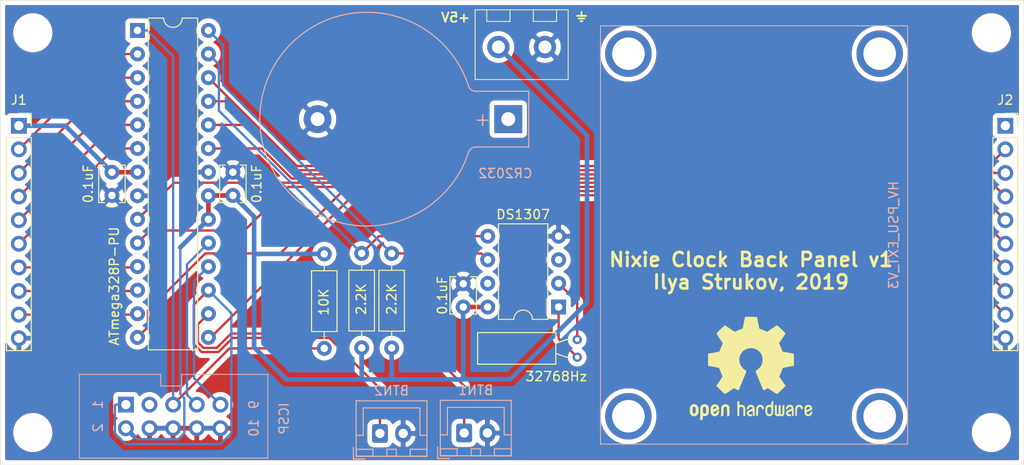
<source format=kicad_pcb>
(kicad_pcb (version 20171130) (host pcbnew "(5.1.4-0-10_14)")
  (layers (0 F.Cu signal) (31 B.Cu signal) (34 B.Paste user) (35 F.Paste user) (36 B.SilkS user) (37 F.SilkS user) (38 B.Mask user) (39 F.Mask user) (44 Edge.Cuts user))
  (net 0 "")
  (net 1 GND)
  (net 2 "Net-(BT1-Pad1)")
  (net 3 VCC)
  (net 4 /TUBE1A)
  (net 5 /TUBE1B)
  (net 6 /TUBE1C)
  (net 7 /TUBE1D)
  (net 8 /TUBE2A)
  (net 9 /TUBE2B)
  (net 10 /TUBE2C)
  (net 11 /TUBE2D)
  (net 12 /TUBE4D)
  (net 13 /TUBE4C)
  (net 14 /TUBE4B)
  (net 15 /TUBE4A)
  (net 16 /TUBE3D)
  (net 17 /TUBE3C)
  (net 18 /TUBE3B)
  (net 19 /TUBE3A)
  (net 20 VDD)
  (net 21 /BTN2)
  (net 22 "Net-(J3-Pad3)")
  (net 23 /RESET)
  (net 24 /SCK)
  (net 25 /MISO)
  (net 26 /SCL)
  (net 27 /SDA)
  (net 28 /BTN1)
  (net 29 "Net-(U2-Pad1)")
  (net 30 "Net-(U2-Pad2)")
  (net 31 "Net-(U2-Pad7)")
  (module Symbol:OSHW-Logo2_14.6x12mm_SilkScreen (layer F.Cu) (at 130.67 89.61)
    (fp_text reference REF** hide)
    (fp_text value OSHW-Logo2_14.6x12mm_SilkScreen hide)
  )
  (module Crystal:Crystal_C38-LF_D3.0mm_L8.0mm_Horizontal (layer F.Cu) (at 112 86.5 270)
    (fp_text reference Y1 hide)
    (fp_text value 32768Hz (at 3.97 2.25) (layer F.SilkS))
    (pad 1 thru_hole circle (at 0 0 270) (size 1 1) (drill 0.5) (layers *.Cu *.Mask) (net 30 "Net-(U2-Pad2)"))
    (pad 2 thru_hole circle (at 1.9 0 270) (size 1 1) (drill 0.5) (layers *.Cu *.Mask) (net 29 "Net-(U2-Pad1)"))
  )
  (module nixie_clock:HV_PSU_EXT_V3 (layer B.Cu) (at 131 75.25 90)
    (fp_text reference REF** hide)
    (fp_text value HV_PSU_EXT_V3 (at 0 15 90) (layer B.SilkS) (effects (justify mirror)))
    (pad "" np_thru_hole circle (at 19.5 13.5 90) (size 5 5) (drill 3.5) (layers *.Cu *.Mask))
    (pad "" np_thru_hole circle (at 19.5 -13.5 90) (size 5 5) (drill 3.5) (layers *.Cu *.Mask))
    (pad "" np_thru_hole circle (at -19.5 -13.5 90) (size 5 5) (drill 3.5) (layers *.Cu *.Mask))
    (pad "" np_thru_hole circle (at -19.5 13.5 90) (size 5 5) (drill 3.5) (layers *.Cu *.Mask))
  )
  (module MountingHole:MountingHole_3.2mm_M3 (layer F.Cu) (at 53.5 96.5)
    (fp_text reference REF** hide)
    (fp_text value MountingHole_3.2mm_M3 hide)
    (pad 1 np_thru_hole circle (at 0 0) (size 3.2 3.2) (drill 3.2) (layers *.Cu *.Mask))
  )
  (module MountingHole:MountingHole_3.2mm_M3 (layer F.Cu) (at 156.5 96.5)
    (fp_text reference REF** hide)
    (fp_text value MountingHole_3.2mm_M3 hide)
    (pad 1 np_thru_hole circle (at 0 0) (size 3.2 3.2) (drill 3.2) (layers *.Cu *.Mask))
  )
  (module MountingHole:MountingHole_3.2mm_M3 (layer F.Cu) (at 156.5 53.5)
    (fp_text reference REF** hide)
    (fp_text value MountingHole_3.2mm_M3 hide)
    (pad 1 np_thru_hole circle (at 0 0) (size 3.2 3.2) (drill 3.2) (layers *.Cu *.Mask))
  )
  (module MountingHole:MountingHole_3.2mm_M3 (layer F.Cu) (at 53.5 53.5)
    (fp_text reference REF** hide)
    (fp_text value MountingHole_3.2mm_M3 hide)
    (pad 1 np_thru_hole circle (at 0 0) (size 3.2 3.2) (drill 3.2) (layers *.Cu *.Mask))
  )
  (module Battery:BatteryHolder_Keystone_103_1x20mm (layer B.Cu) (at 104.59 62.79 180)
    (fp_text reference BT1 hide)
    (fp_text value CR2032 (at 0.32 -5.84) (layer B.SilkS) (effects (justify mirror)))
    (fp_text user + (at 2.75 0) (layer B.SilkS) (effects (font (size 1.5 1.5)) (justify mirror)))
    (pad 2 thru_hole circle (at 20.49 0 180) (size 3 3) (drill 1.5) (layers *.Cu *.Mask) (net 1 GND))
    (pad 1 thru_hole rect (at 0 0 180) (size 3 3) (drill 1.5) (layers *.Cu *.Mask) (net 2 "Net-(BT1-Pad1)"))
  )
  (module Capacitor_THT:C_Disc_D3.8mm_W2.6mm_P2.50mm (layer F.Cu) (at 62 68.5 270)
    (fp_text reference C1 hide)
    (fp_text value 0.1uF (at 1.25 2.55 90) (layer F.SilkS))
    (pad 1 thru_hole circle (at 0 0 270) (size 1.6 1.6) (drill 0.8) (layers *.Cu *.Mask) (net 3 VCC))
    (pad 2 thru_hole circle (at 2.5 0 270) (size 1.6 1.6) (drill 0.8) (layers *.Cu *.Mask) (net 1 GND))
  )
  (module Capacitor_THT:C_Disc_D3.8mm_W2.6mm_P2.50mm (layer F.Cu) (at 99.75 83 90)
    (fp_text reference C2 hide)
    (fp_text value 0.1uF (at 1.25 -2.25 90) (layer F.SilkS))
    (pad 2 thru_hole circle (at 2.5 0 90) (size 1.6 1.6) (drill 0.8) (layers *.Cu *.Mask) (net 1 GND))
    (pad 1 thru_hole circle (at 0 0 90) (size 1.6 1.6) (drill 0.8) (layers *.Cu *.Mask) (net 3 VCC))
  )
  (module Connector_PinSocket_2.54mm:PinSocket_1x10_P2.54mm_Vertical (layer F.Cu) (at 52 63.5)
    (fp_text reference J1 (at 0 -2.77) (layer F.SilkS))
    (fp_text value Conn_01x10_Male hide)
    (pad 1 thru_hole rect (at 0 0) (size 1.7 1.7) (drill 1) (layers *.Cu *.Mask) (net 3 VCC))
    (pad 2 thru_hole oval (at 0 2.54) (size 1.7 1.7) (drill 1) (layers *.Cu *.Mask) (net 4 /TUBE1A))
    (pad 3 thru_hole oval (at 0 5.08) (size 1.7 1.7) (drill 1) (layers *.Cu *.Mask) (net 5 /TUBE1B))
    (pad 4 thru_hole oval (at 0 7.62) (size 1.7 1.7) (drill 1) (layers *.Cu *.Mask) (net 6 /TUBE1C))
    (pad 5 thru_hole oval (at 0 10.16) (size 1.7 1.7) (drill 1) (layers *.Cu *.Mask) (net 7 /TUBE1D))
    (pad 6 thru_hole oval (at 0 12.7) (size 1.7 1.7) (drill 1) (layers *.Cu *.Mask) (net 8 /TUBE2A))
    (pad 7 thru_hole oval (at 0 15.24) (size 1.7 1.7) (drill 1) (layers *.Cu *.Mask) (net 9 /TUBE2B))
    (pad 8 thru_hole oval (at 0 17.78) (size 1.7 1.7) (drill 1) (layers *.Cu *.Mask) (net 10 /TUBE2C))
    (pad 9 thru_hole oval (at 0 20.32) (size 1.7 1.7) (drill 1) (layers *.Cu *.Mask) (net 11 /TUBE2D))
    (pad 10 thru_hole oval (at 0 22.86) (size 1.7 1.7) (drill 1) (layers *.Cu *.Mask) (net 1 GND))
  )
  (module Connector_PinSocket_2.54mm:PinSocket_1x10_P2.54mm_Vertical (layer F.Cu) (at 158 63.5)
    (fp_text reference J2 (at 0 -2.77) (layer F.SilkS))
    (fp_text value Conn_01x10_Male hide)
    (pad 10 thru_hole oval (at 0 22.86) (size 1.7 1.7) (drill 1) (layers *.Cu *.Mask) (net 1 GND))
    (pad 9 thru_hole oval (at 0 20.32) (size 1.7 1.7) (drill 1) (layers *.Cu *.Mask) (net 12 /TUBE4D))
    (pad 8 thru_hole oval (at 0 17.78) (size 1.7 1.7) (drill 1) (layers *.Cu *.Mask) (net 13 /TUBE4C))
    (pad 7 thru_hole oval (at 0 15.24) (size 1.7 1.7) (drill 1) (layers *.Cu *.Mask) (net 14 /TUBE4B))
    (pad 6 thru_hole oval (at 0 12.7) (size 1.7 1.7) (drill 1) (layers *.Cu *.Mask) (net 15 /TUBE4A))
    (pad 5 thru_hole oval (at 0 10.16) (size 1.7 1.7) (drill 1) (layers *.Cu *.Mask) (net 16 /TUBE3D))
    (pad 4 thru_hole oval (at 0 7.62) (size 1.7 1.7) (drill 1) (layers *.Cu *.Mask) (net 17 /TUBE3C))
    (pad 3 thru_hole oval (at 0 5.08) (size 1.7 1.7) (drill 1) (layers *.Cu *.Mask) (net 18 /TUBE3B))
    (pad 2 thru_hole oval (at 0 2.54) (size 1.7 1.7) (drill 1) (layers *.Cu *.Mask) (net 19 /TUBE3A))
    (pad 1 thru_hole rect (at 0 0) (size 1.7 1.7) (drill 1) (layers *.Cu *.Mask) (net 20 VDD))
  )
  (module nixie_clock:Atmel_ISP_Socket_10pin (layer B.Cu) (at 63.5 93.5 270)
    (fp_text reference J3 hide)
    (fp_text value ICSP (at 1.5 -17 90) (layer B.SilkS) (effects (justify mirror)))
    (fp_text user 1 (at 0 3 90) (layer B.SilkS) (effects (justify mirror)))
    (fp_text user 2 (at 2.5 3 90) (layer B.SilkS) (effects (justify mirror)))
    (fp_text user 9 (at 0 -13.75 90) (layer B.SilkS) (effects (justify mirror)))
    (fp_text user 10 (at 2.5 -13.75 90) (layer B.SilkS) (effects (justify mirror)))
    (pad 1 thru_hole rect (at 0 0 270) (size 1.7 1.7) (drill 1) (layers *.Cu *.Mask) (net 21 /BTN2))
    (pad 2 thru_hole oval (at 2.54 0 270) (size 1.7 1.7) (drill 1) (layers *.Cu *.Mask) (net 3 VCC))
    (pad 3 thru_hole oval (at 0 -2.54 270) (size 1.7 1.7) (drill 1) (layers *.Cu *.Mask) (net 22 "Net-(J3-Pad3)"))
    (pad 4 thru_hole oval (at 2.54 -2.54 270) (size 1.7 1.7) (drill 1) (layers *.Cu *.Mask) (net 1 GND))
    (pad 5 thru_hole oval (at 0 -5.08 270) (size 1.7 1.7) (drill 1) (layers *.Cu *.Mask) (net 23 /RESET))
    (pad 6 thru_hole oval (at 2.54 -5.08 270) (size 1.7 1.7) (drill 1) (layers *.Cu *.Mask) (net 1 GND))
    (pad 7 thru_hole oval (at 0 -7.62 270) (size 1.7 1.7) (drill 1) (layers *.Cu *.Mask) (net 24 /SCK))
    (pad 8 thru_hole oval (at 2.54 -7.62 270) (size 1.7 1.7) (drill 1) (layers *.Cu *.Mask) (net 1 GND))
    (pad 9 thru_hole oval (at 0 -10.16 270) (size 1.7 1.7) (drill 1) (layers *.Cu *.Mask) (net 25 /MISO))
    (pad 10 thru_hole oval (at 2.54 -10.16 270) (size 1.7 1.7) (drill 1) (layers *.Cu *.Mask) (net 1 GND))
  )
  (module nixie_clock:Terminal_Block_KF301-5.0-2P (layer F.Cu) (at 103.53 55.03)
    (fp_text reference J4 hide)
    (fp_text value 5V_IN hide)
    (pad 1 thru_hole circle (at 0 0) (size 2.4 2.4) (drill 1.4) (layers *.Cu *.Mask) (net 3 VCC))
    (pad 2 thru_hole circle (at 5 0) (size 2.4 2.4) (drill 1.4) (layers *.Cu *.Mask) (net 1 GND))
  )
  (module Resistor_THT:R_Axial_DIN0207_L6.3mm_D2.5mm_P10.16mm_Horizontal (layer F.Cu) (at 84.82 77.29 270)
    (fp_text reference R1 hide)
    (fp_text value 10K (at 5.18 0.05 90) (layer F.SilkS))
    (pad 1 thru_hole circle (at 0 0 270) (size 1.6 1.6) (drill 0.8) (layers *.Cu *.Mask) (net 3 VCC))
    (pad 2 thru_hole oval (at 10.16 0 270) (size 1.6 1.6) (drill 0.8) (layers *.Cu *.Mask) (net 23 /RESET))
  )
  (module Resistor_THT:R_Axial_DIN0207_L6.3mm_D2.5mm_P10.16mm_Horizontal (layer F.Cu) (at 92.06 87.4 90)
    (fp_text reference R2 hide)
    (fp_text value 2.2K (at 5.25 0 90) (layer F.SilkS))
    (pad 1 thru_hole circle (at 0 0 90) (size 1.6 1.6) (drill 0.8) (layers *.Cu *.Mask) (net 3 VCC))
    (pad 2 thru_hole oval (at 10.16 0 90) (size 1.6 1.6) (drill 0.8) (layers *.Cu *.Mask) (net 26 /SCL))
  )
  (module Resistor_THT:R_Axial_DIN0207_L6.3mm_D2.5mm_P10.16mm_Horizontal (layer F.Cu) (at 88.84 87.39 90)
    (fp_text reference R3 hide)
    (fp_text value 2.2K (at 5.24 -0.05 90) (layer F.SilkS))
    (pad 2 thru_hole oval (at 10.16 0 90) (size 1.6 1.6) (drill 0.8) (layers *.Cu *.Mask) (net 27 /SDA))
    (pad 1 thru_hole circle (at 0 0 90) (size 1.6 1.6) (drill 0.8) (layers *.Cu *.Mask) (net 3 VCC))
  )
  (module Connector_JST:JST_XH_B2B-XH-A_1x02_P2.50mm_Vertical (layer B.Cu) (at 90.8 96.6)
    (fp_text reference SW1 hide)
    (fp_text value BTN2 (at 1.25 -4.6) (layer B.SilkS) (effects (justify mirror)))
    (pad 2 thru_hole oval (at 2.5 0) (size 1.7 2) (drill 1) (layers *.Cu *.Mask) (net 1 GND))
    (pad 1 thru_hole roundrect (at 0 0) (size 1.7 2) (drill 1) (layers *.Cu *.Mask) (roundrect_rratio 0.147059) (net 21 /BTN2))
  )
  (module Connector_JST:JST_XH_B2B-XH-A_1x02_P2.50mm_Vertical (layer B.Cu) (at 99.85 96.55)
    (fp_text reference SW2 hide)
    (fp_text value BTN1 (at 1.25 -4.6) (layer B.SilkS) (effects (justify mirror)))
    (pad 1 thru_hole roundrect (at 0 0) (size 1.7 2) (drill 1) (layers *.Cu *.Mask) (roundrect_rratio 0.147059) (net 28 /BTN1))
    (pad 2 thru_hole oval (at 2.5 0) (size 1.7 2) (drill 1) (layers *.Cu *.Mask) (net 1 GND))
  )
  (module Package_DIP:DIP-28_W7.62mm (layer F.Cu) (at 64.75 53.25)
    (fp_text reference U1 hide)
    (fp_text value ATmega328P-PU (at -2.5 27.5 90) (layer F.SilkS))
    (pad 1 thru_hole rect (at 0 0) (size 1.6 1.6) (drill 0.8) (layers *.Cu *.Mask) (net 23 /RESET))
    (pad 15 thru_hole oval (at 7.62 33.02) (size 1.6 1.6) (drill 0.8) (layers *.Cu *.Mask) (net 12 /TUBE4D))
    (pad 2 thru_hole oval (at 0 2.54) (size 1.6 1.6) (drill 0.8) (layers *.Cu *.Mask) (net 4 /TUBE1A))
    (pad 16 thru_hole oval (at 7.62 30.48) (size 1.6 1.6) (drill 0.8) (layers *.Cu *.Mask) (net 28 /BTN1))
    (pad 3 thru_hole oval (at 0 5.08) (size 1.6 1.6) (drill 0.8) (layers *.Cu *.Mask) (net 5 /TUBE1B))
    (pad 17 thru_hole oval (at 7.62 27.94) (size 1.6 1.6) (drill 0.8) (layers *.Cu *.Mask) (net 21 /BTN2))
    (pad 4 thru_hole oval (at 0 7.62) (size 1.6 1.6) (drill 0.8) (layers *.Cu *.Mask) (net 6 /TUBE1C))
    (pad 18 thru_hole oval (at 7.62 25.4) (size 1.6 1.6) (drill 0.8) (layers *.Cu *.Mask) (net 25 /MISO))
    (pad 5 thru_hole oval (at 0 10.16) (size 1.6 1.6) (drill 0.8) (layers *.Cu *.Mask) (net 7 /TUBE1D))
    (pad 19 thru_hole oval (at 7.62 22.86) (size 1.6 1.6) (drill 0.8) (layers *.Cu *.Mask) (net 24 /SCK))
    (pad 6 thru_hole oval (at 0 12.7) (size 1.6 1.6) (drill 0.8) (layers *.Cu *.Mask) (net 8 /TUBE2A))
    (pad 20 thru_hole oval (at 7.62 20.32) (size 1.6 1.6) (drill 0.8) (layers *.Cu *.Mask) (net 3 VCC))
    (pad 7 thru_hole oval (at 0 15.24) (size 1.6 1.6) (drill 0.8) (layers *.Cu *.Mask) (net 3 VCC))
    (pad 21 thru_hole oval (at 7.62 17.78) (size 1.6 1.6) (drill 0.8) (layers *.Cu *.Mask) (net 3 VCC))
    (pad 8 thru_hole oval (at 0 17.78) (size 1.6 1.6) (drill 0.8) (layers *.Cu *.Mask) (net 1 GND))
    (pad 22 thru_hole oval (at 7.62 15.24) (size 1.6 1.6) (drill 0.8) (layers *.Cu *.Mask) (net 1 GND))
    (pad 9 thru_hole oval (at 0 20.32) (size 1.6 1.6) (drill 0.8) (layers *.Cu *.Mask) (net 15 /TUBE4A))
    (pad 23 thru_hole oval (at 7.62 12.7) (size 1.6 1.6) (drill 0.8) (layers *.Cu *.Mask) (net 16 /TUBE3D))
    (pad 10 thru_hole oval (at 0 22.86) (size 1.6 1.6) (drill 0.8) (layers *.Cu *.Mask) (net 14 /TUBE4B))
    (pad 24 thru_hole oval (at 7.62 10.16) (size 1.6 1.6) (drill 0.8) (layers *.Cu *.Mask) (net 17 /TUBE3C))
    (pad 11 thru_hole oval (at 0 25.4) (size 1.6 1.6) (drill 0.8) (layers *.Cu *.Mask) (net 9 /TUBE2B))
    (pad 25 thru_hole oval (at 7.62 7.62) (size 1.6 1.6) (drill 0.8) (layers *.Cu *.Mask) (net 18 /TUBE3B))
    (pad 12 thru_hole oval (at 0 27.94) (size 1.6 1.6) (drill 0.8) (layers *.Cu *.Mask) (net 10 /TUBE2C))
    (pad 26 thru_hole oval (at 7.62 5.08) (size 1.6 1.6) (drill 0.8) (layers *.Cu *.Mask) (net 19 /TUBE3A))
    (pad 13 thru_hole oval (at 0 30.48) (size 1.6 1.6) (drill 0.8) (layers *.Cu *.Mask) (net 11 /TUBE2D))
    (pad 27 thru_hole oval (at 7.62 2.54) (size 1.6 1.6) (drill 0.8) (layers *.Cu *.Mask) (net 27 /SDA))
    (pad 14 thru_hole oval (at 0 33.02) (size 1.6 1.6) (drill 0.8) (layers *.Cu *.Mask) (net 13 /TUBE4C))
    (pad 28 thru_hole oval (at 7.62 0) (size 1.6 1.6) (drill 0.8) (layers *.Cu *.Mask) (net 26 /SCL))
  )
  (module Package_DIP:DIP-8_W7.62mm (layer F.Cu) (at 110 83 180)
    (fp_text reference U2 hide)
    (fp_text value DS1307 (at 3.81 9.95) (layer F.SilkS))
    (pad 1 thru_hole rect (at 0 0 180) (size 1.6 1.6) (drill 0.8) (layers *.Cu *.Mask) (net 29 "Net-(U2-Pad1)"))
    (pad 5 thru_hole oval (at 7.62 7.62 180) (size 1.6 1.6) (drill 0.8) (layers *.Cu *.Mask) (net 27 /SDA))
    (pad 2 thru_hole oval (at 0 2.54 180) (size 1.6 1.6) (drill 0.8) (layers *.Cu *.Mask) (net 30 "Net-(U2-Pad2)"))
    (pad 6 thru_hole oval (at 7.62 5.08 180) (size 1.6 1.6) (drill 0.8) (layers *.Cu *.Mask) (net 26 /SCL))
    (pad 3 thru_hole oval (at 0 5.08 180) (size 1.6 1.6) (drill 0.8) (layers *.Cu *.Mask) (net 2 "Net-(BT1-Pad1)"))
    (pad 7 thru_hole oval (at 7.62 2.54 180) (size 1.6 1.6) (drill 0.8) (layers *.Cu *.Mask) (net 31 "Net-(U2-Pad7)"))
    (pad 4 thru_hole oval (at 0 7.62 180) (size 1.6 1.6) (drill 0.8) (layers *.Cu *.Mask) (net 1 GND))
    (pad 8 thru_hole oval (at 7.62 0 180) (size 1.6 1.6) (drill 0.8) (layers *.Cu *.Mask) (net 3 VCC))
  )
  (module Capacitor_THT:C_Disc_D3.8mm_W2.6mm_P2.50mm (layer F.Cu) (at 75 71 90)
    (fp_text reference C3 hide)
    (fp_text value 0.1uF (at 1.25 2.55 90) (layer F.SilkS))
    (pad 1 thru_hole circle (at 0 0 90) (size 1.6 1.6) (drill 0.8) (layers *.Cu *.Mask) (net 3 VCC))
    (pad 2 thru_hole circle (at 2.5 0 90) (size 1.6 1.6) (drill 0.8) (layers *.Cu *.Mask) (net 1 GND))
  )
  (gr_text ⏚ (at 112.46 51.8) (layer F.SilkS) (effects (font (size 1 1) (thickness 0.2)) (justify mirror)))
  (gr_text +5V (at 98.92 51.86) (layer F.SilkS) (effects (font (size 1 1) (thickness 0.2)) (justify mirror)))
  (gr_text "Nixie Clock Back Panel v1\nIlya Strukov, 2019" (at 130.67 79.11) (layer F.SilkS) (effects (font (size 1.5 1.5) (thickness 0.3))))
  (gr_line (start 50 100) (end 50 50) (layer Edge.Cuts) (width 0.05))
  (gr_line (start 160 100) (end 50 100) (layer Edge.Cuts) (width 0.05))
  (gr_line (start 160 50) (end 160 100) (layer Edge.Cuts) (width 0.05))
  (gr_line (start 50 50) (end 160 50) (layer Edge.Cuts) (width 0.05))
  (segment (start 72.4 71) (end 72.37 71.03) (width 0.5) (layer F.Cu) (net 3))
  (segment (start 75 71) (end 72.4 71) (width 0.5) (layer F.Cu) (net 3))
  (segment (start 72.37 73.57) (end 72.37 71.03) (width 0.5) (layer F.Cu) (net 3))
  (segment (start 64.349999 96.889999) (end 63.5 96.04) (width 0.5) (layer B.Cu) (net 3))
  (segment (start 69.144001 97.215001) (end 64.675001 97.215001) (width 0.25) (layer B.Cu) (net 3))
  (segment (start 69.779989 96.579013) (end 69.144001 97.215001) (width 0.25) (layer B.Cu) (net 3))
  (segment (start 69.779989 92.7964) (end 69.779989 96.579013) (width 0.25) (layer B.Cu) (net 3))
  (segment (start 69.35 92.366411) (end 69.779989 92.7964) (width 0.25) (layer B.Cu) (net 3))
  (segment (start 64.675001 97.215001) (end 64.349999 96.889999) (width 0.25) (layer B.Cu) (net 3))
  (segment (start 69.35 76.59) (end 69.35 92.366411) (width 0.25) (layer B.Cu) (net 3))
  (segment (start 72.37 73.57) (end 69.35 76.59) (width 0.5) (layer B.Cu) (net 3))
  (segment (start 99.75 83) (end 102.38 83) (width 0.5) (layer F.Cu) (net 3))
  (segment (start 64.74 68.5) (end 64.75 68.49) (width 0.5) (layer F.Cu) (net 3))
  (segment (start 62 68.5) (end 64.74 68.5) (width 0.5) (layer F.Cu) (net 3))
  (segment (start 57 63.5) (end 62 68.5) (width 0.5) (layer B.Cu) (net 3))
  (segment (start 52 63.5) (end 57 63.5) (width 0.5) (layer B.Cu) (net 3))
  (segment (start 77.32 73.41) (end 77.32 73.32) (width 0.5) (layer B.Cu) (net 3))
  (segment (start 80.74 90.79) (end 77.28 87.33) (width 0.5) (layer B.Cu) (net 3))
  (segment (start 77.28 73.45) (end 77.32 73.41) (width 0.5) (layer B.Cu) (net 3))
  (segment (start 77.32 73.32) (end 75 71) (width 0.5) (layer B.Cu) (net 3))
  (segment (start 92.06 90.7) (end 92.15 90.79) (width 0.5) (layer B.Cu) (net 3))
  (segment (start 92.06 87.4) (end 92.06 90.7) (width 0.5) (layer B.Cu) (net 3))
  (segment (start 88.84 88.52137) (end 88.84 90.79) (width 0.5) (layer B.Cu) (net 3))
  (segment (start 88.84 87.39) (end 88.84 88.52137) (width 0.5) (layer B.Cu) (net 3))
  (segment (start 88.84 90.79) (end 80.74 90.79) (width 0.5) (layer B.Cu) (net 3))
  (segment (start 92.15 90.79) (end 88.84 90.79) (width 0.5) (layer B.Cu) (net 3))
  (segment (start 99.75 90.77) (end 99.77 90.79) (width 0.5) (layer B.Cu) (net 3))
  (segment (start 99.77 90.79) (end 92.15 90.79) (width 0.5) (layer B.Cu) (net 3))
  (segment (start 99.75 83) (end 99.75 90.77) (width 0.5) (layer B.Cu) (net 3))
  (segment (start 77.29 77.29) (end 77.28 77.28) (width 0.5) (layer B.Cu) (net 3))
  (segment (start 77.28 77.28) (end 77.28 73.45) (width 0.5) (layer B.Cu) (net 3))
  (segment (start 84.82 77.29) (end 77.29 77.29) (width 0.5) (layer B.Cu) (net 3))
  (segment (start 77.28 87.33) (end 77.28 77.28) (width 0.5) (layer B.Cu) (net 3))
  (segment (start 104.820002 90.77) (end 99.75 90.77) (width 0.5) (layer B.Cu) (net 3))
  (segment (start 113.050001 82.540001) (end 104.820002 90.77) (width 0.5) (layer B.Cu) (net 3))
  (segment (start 113.050001 64.550001) (end 113.050001 82.540001) (width 0.5) (layer B.Cu) (net 3))
  (segment (start 103.53 55.03) (end 113.050001 64.550001) (width 0.5) (layer B.Cu) (net 3))
  (segment (start 62.25 55.79) (end 52 66.04) (width 0.25) (layer F.Cu) (net 4))
  (segment (start 64.75 55.79) (end 62.25 55.79) (width 0.25) (layer F.Cu) (net 4))
  (segment (start 62.25 58.33) (end 52 68.58) (width 0.25) (layer F.Cu) (net 5))
  (segment (start 64.75 58.33) (end 62.25 58.33) (width 0.25) (layer F.Cu) (net 5))
  (segment (start 62.25 60.87) (end 52 71.12) (width 0.25) (layer F.Cu) (net 6))
  (segment (start 64.75 60.87) (end 62.25 60.87) (width 0.25) (layer F.Cu) (net 6))
  (segment (start 62.25 63.41) (end 52 73.66) (width 0.25) (layer F.Cu) (net 7))
  (segment (start 64.75 63.41) (end 62.25 63.41) (width 0.25) (layer F.Cu) (net 7))
  (segment (start 62.25 65.95) (end 52 76.2) (width 0.25) (layer F.Cu) (net 8))
  (segment (start 64.75 65.95) (end 62.25 65.95) (width 0.25) (layer F.Cu) (net 8))
  (segment (start 64.66 78.74) (end 64.75 78.65) (width 0.25) (layer F.Cu) (net 9))
  (segment (start 52 78.74) (end 64.66 78.74) (width 0.25) (layer F.Cu) (net 9))
  (segment (start 64.66 81.28) (end 64.75 81.19) (width 0.25) (layer F.Cu) (net 10))
  (segment (start 52 81.28) (end 64.66 81.28) (width 0.25) (layer F.Cu) (net 10))
  (segment (start 64.66 83.82) (end 64.75 83.73) (width 0.25) (layer F.Cu) (net 11))
  (segment (start 52 83.82) (end 64.66 83.82) (width 0.25) (layer F.Cu) (net 11))
  (segment (start 157.150001 82.970001) (end 158 83.82) (width 0.25) (layer F.Cu) (net 12))
  (segment (start 145.160077 70.980077) (end 157.150001 82.970001) (width 0.25) (layer F.Cu) (net 12))
  (segment (start 87.919923 70.980077) (end 145.160077 70.980077) (width 0.25) (layer F.Cu) (net 12))
  (segment (start 72.63 86.27) (end 87.919923 70.980077) (width 0.25) (layer F.Cu) (net 12))
  (segment (start 72.37 86.27) (end 72.63 86.27) (width 0.25) (layer F.Cu) (net 12))
  (segment (start 147.250067 70.530067) (end 157.150001 80.430001) (width 0.25) (layer F.Cu) (net 13))
  (segment (start 86.799933 70.530067) (end 147.250067 70.530067) (width 0.25) (layer F.Cu) (net 13))
  (segment (start 80.094999 77.235001) (end 86.799933 70.530067) (width 0.25) (layer F.Cu) (net 13))
  (segment (start 157.150001 80.430001) (end 158 81.28) (width 0.25) (layer F.Cu) (net 13))
  (segment (start 72.034999 77.235001) (end 80.094999 77.235001) (width 0.25) (layer F.Cu) (net 13))
  (segment (start 65.875001 83.394999) (end 72.034999 77.235001) (width 0.25) (layer F.Cu) (net 13))
  (segment (start 65.875001 85.144999) (end 65.875001 83.394999) (width 0.25) (layer F.Cu) (net 13))
  (segment (start 64.75 86.27) (end 65.875001 85.144999) (width 0.25) (layer F.Cu) (net 13))
  (segment (start 149.340055 70.080055) (end 157.150001 77.890001) (width 0.25) (layer F.Cu) (net 14))
  (segment (start 80.938 70.080055) (end 149.340055 70.080055) (width 0.25) (layer F.Cu) (net 14))
  (segment (start 157.150001 77.890001) (end 158 78.74) (width 0.25) (layer F.Cu) (net 14))
  (segment (start 76.248055 74.77) (end 80.938 70.080055) (width 0.25) (layer F.Cu) (net 14))
  (segment (start 66.09 74.77) (end 76.248055 74.77) (width 0.25) (layer F.Cu) (net 14))
  (segment (start 64.75 76.11) (end 66.09 74.77) (width 0.25) (layer F.Cu) (net 14))
  (segment (start 64.75 73.57) (end 68.689956 69.630044) (width 0.25) (layer F.Cu) (net 15))
  (segment (start 157.150001 75.350001) (end 158 76.2) (width 0.25) (layer F.Cu) (net 15))
  (segment (start 151.430044 69.630044) (end 157.150001 75.350001) (width 0.25) (layer F.Cu) (net 15))
  (segment (start 68.689956 69.630044) (end 151.430044 69.630044) (width 0.25) (layer F.Cu) (net 15))
  (segment (start 78.080767 65.95) (end 81.3108 69.180033) (width 0.25) (layer F.Cu) (net 16))
  (segment (start 81.3108 69.180033) (end 153.520033 69.180033) (width 0.25) (layer F.Cu) (net 16))
  (segment (start 157.150001 72.810001) (end 158 73.66) (width 0.25) (layer F.Cu) (net 16))
  (segment (start 153.520033 69.180033) (end 157.150001 72.810001) (width 0.25) (layer F.Cu) (net 16))
  (segment (start 72.37 65.95) (end 78.080767 65.95) (width 0.25) (layer F.Cu) (net 16))
  (segment (start 76.177178 63.41) (end 73.50137 63.41) (width 0.25) (layer F.Cu) (net 17))
  (segment (start 158 71.12) (end 155.610022 68.730022) (width 0.25) (layer F.Cu) (net 17))
  (segment (start 73.50137 63.41) (end 72.37 63.41) (width 0.25) (layer F.Cu) (net 17))
  (segment (start 155.610022 68.730022) (end 81.4972 68.730022) (width 0.25) (layer F.Cu) (net 17))
  (segment (start 81.4972 68.730022) (end 76.177178 63.41) (width 0.25) (layer F.Cu) (net 17))
  (segment (start 81.6836 68.280011) (end 74.273589 60.87) (width 0.25) (layer F.Cu) (net 18))
  (segment (start 74.273589 60.87) (end 73.50137 60.87) (width 0.25) (layer F.Cu) (net 18))
  (segment (start 156.49793 68.280011) (end 81.6836 68.280011) (width 0.25) (layer F.Cu) (net 18))
  (segment (start 158 68.58) (end 156.797919 68.58) (width 0.25) (layer F.Cu) (net 18))
  (segment (start 73.50137 60.87) (end 72.37 60.87) (width 0.25) (layer F.Cu) (net 18))
  (segment (start 156.797919 68.58) (end 156.49793 68.280011) (width 0.25) (layer F.Cu) (net 18))
  (segment (start 73.169999 59.129999) (end 72.37 58.33) (width 0.25) (layer F.Cu) (net 19))
  (segment (start 81.87 67.83) (end 73.169999 59.129999) (width 0.25) (layer F.Cu) (net 19))
  (segment (start 156.21 67.83) (end 81.87 67.83) (width 0.25) (layer F.Cu) (net 19))
  (segment (start 158 66.04) (end 156.21 67.83) (width 0.25) (layer F.Cu) (net 19))
  (segment (start 62.4 93.5) (end 63.5 93.5) (width 0.25) (layer B.Cu) (net 21))
  (segment (start 62.324999 96.604001) (end 62.324999 93.575001) (width 0.25) (layer B.Cu) (net 21))
  (segment (start 74.835001 96.564999) (end 73.65 97.75) (width 0.25) (layer B.Cu) (net 21))
  (segment (start 73.65 97.75) (end 63.470998 97.75) (width 0.25) (layer B.Cu) (net 21))
  (segment (start 72.37 81.19) (end 74.835001 83.655001) (width 0.25) (layer B.Cu) (net 21))
  (segment (start 74.835001 83.655001) (end 74.835001 96.564999) (width 0.25) (layer B.Cu) (net 21))
  (segment (start 62.324999 93.575001) (end 62.4 93.5) (width 0.25) (layer B.Cu) (net 21))
  (segment (start 63.470998 97.75) (end 62.324999 96.604001) (width 0.25) (layer B.Cu) (net 21))
  (segment (start 70.794989 82.765011) (end 71.570001 81.989999) (width 0.25) (layer F.Cu) (net 21))
  (segment (start 71.570001 81.989999) (end 72.37 81.19) (width 0.25) (layer F.Cu) (net 21))
  (segment (start 70.794989 86.996401) (end 70.794989 82.765011) (width 0.25) (layer F.Cu) (net 21))
  (segment (start 71.643598 87.84501) (end 70.794989 86.996401) (width 0.25) (layer F.Cu) (net 21))
  (segment (start 74.971411 86.324999) (end 73.451399 87.845011) (width 0.25) (layer F.Cu) (net 21))
  (segment (start 85.360001 86.324999) (end 74.971411 86.324999) (width 0.25) (layer F.Cu) (net 21))
  (segment (start 90.8 91.764998) (end 85.360001 86.324999) (width 0.25) (layer F.Cu) (net 21))
  (segment (start 73.451399 87.845011) (end 71.643598 87.84501) (width 0.25) (layer F.Cu) (net 21))
  (segment (start 90.8 96.6) (end 90.8 91.764998) (width 0.25) (layer F.Cu) (net 21))
  (segment (start 74.63 87.45) (end 84.82 87.45) (width 0.25) (layer F.Cu) (net 23))
  (segment (start 68.58 93.5) (end 74.63 87.45) (width 0.25) (layer F.Cu) (net 23))
  (segment (start 68.58 92.297919) (end 68.58 93.5) (width 0.25) (layer B.Cu) (net 23))
  (segment (start 68.58 56.03) (end 68.58 92.297919) (width 0.25) (layer B.Cu) (net 23))
  (segment (start 65.8 53.25) (end 68.58 56.03) (width 0.25) (layer B.Cu) (net 23))
  (segment (start 64.75 53.25) (end 65.8 53.25) (width 0.25) (layer B.Cu) (net 23))
  (segment (start 70.07 78.41) (end 70.07 92.45) (width 0.25) (layer B.Cu) (net 24))
  (segment (start 70.07 92.45) (end 71.12 93.5) (width 0.25) (layer B.Cu) (net 24))
  (segment (start 72.37 76.11) (end 70.07 78.41) (width 0.25) (layer B.Cu) (net 24))
  (segment (start 72.810001 92.650001) (end 73.66 93.5) (width 0.25) (layer B.Cu) (net 25))
  (segment (start 70.83 90.67) (end 72.810001 92.650001) (width 0.25) (layer B.Cu) (net 25))
  (segment (start 70.83 80.19) (end 70.83 90.67) (width 0.25) (layer B.Cu) (net 25))
  (segment (start 72.37 78.65) (end 70.83 80.19) (width 0.25) (layer B.Cu) (net 25))
  (segment (start 101.7 77.24) (end 102.38 77.92) (width 0.25) (layer F.Cu) (net 26))
  (segment (start 92.06 77.24) (end 101.7 77.24) (width 0.25) (layer F.Cu) (net 26))
  (segment (start 73.169999 54.049999) (end 72.37 53.25) (width 0.25) (layer B.Cu) (net 26))
  (segment (start 73.945011 59.125011) (end 73.945011 54.825011) (width 0.25) (layer B.Cu) (net 26))
  (segment (start 73.945011 54.825011) (end 73.169999 54.049999) (width 0.25) (layer B.Cu) (net 26))
  (segment (start 92.06 77.24) (end 73.945011 59.125011) (width 0.25) (layer B.Cu) (net 26))
  (segment (start 90.69 75.38) (end 102.38 75.38) (width 0.25) (layer F.Cu) (net 27))
  (segment (start 88.84 77.23) (end 90.69 75.38) (width 0.25) (layer F.Cu) (net 27))
  (segment (start 73.495001 56.915001) (end 73.169999 56.589999) (width 0.25) (layer B.Cu) (net 27))
  (segment (start 73.495001 61.885001) (end 73.495001 56.915001) (width 0.25) (layer B.Cu) (net 27))
  (segment (start 73.169999 56.589999) (end 72.37 55.79) (width 0.25) (layer B.Cu) (net 27))
  (segment (start 88.84 77.23) (end 73.495001 61.885001) (width 0.25) (layer B.Cu) (net 27))
  (segment (start 99.85 95.45) (end 99.85 96.55) (width 0.25) (layer F.Cu) (net 28))
  (segment (start 74.81 85.85) (end 94.21 85.85) (width 0.25) (layer F.Cu) (net 28))
  (segment (start 94.21 85.85) (end 99.85 91.49) (width 0.25) (layer F.Cu) (net 28))
  (segment (start 73.264999 87.395001) (end 74.81 85.85) (width 0.25) (layer F.Cu) (net 28))
  (segment (start 71.829999 87.395001) (end 73.264999 87.395001) (width 0.25) (layer F.Cu) (net 28))
  (segment (start 71.244999 86.810001) (end 71.829999 87.395001) (width 0.25) (layer F.Cu) (net 28))
  (segment (start 71.244999 84.855001) (end 71.244999 86.810001) (width 0.25) (layer F.Cu) (net 28))
  (segment (start 99.85 91.49) (end 99.85 95.45) (width 0.25) (layer F.Cu) (net 28))
  (segment (start 72.37 83.73) (end 71.244999 84.855001) (width 0.25) (layer F.Cu) (net 28))
  (segment (start 110 86.4) (end 112 88.4) (width 0.25) (layer F.Cu) (net 29))
  (segment (start 110 83) (end 110 86.4) (width 0.25) (layer F.Cu) (net 29))
  (segment (start 112 82.46) (end 112 86.5) (width 0.25) (layer F.Cu) (net 30))
  (segment (start 110 80.46) (end 112 82.46) (width 0.25) (layer F.Cu) (net 30))
  (zone (net 1) (net_name GND) (layer F.Cu) (connect_pads (clearance 0.508)) (min_thickness 0.254) (fill yes (arc_segments 32) (thermal_gap 0.508) (thermal_bridge_width 0.508))
    (polygon (pts (xy 50.5 50.5) (xy 159.5 50.5) (xy 159.5 99.5) (xy 50.5 99.5)))
  )
  (zone (net 1) (net_name GND) (layer B.Cu) (connect_pads (clearance 0.508)) (min_thickness 0.254) (fill yes (arc_segments 32) (thermal_gap 0.508) (thermal_bridge_width 0.508))
    (polygon (pts (xy 50.5 50.5) (xy 159.5 50.5) (xy 159.5 99.5) (xy 50.5 99.5)))
  )
)
</source>
